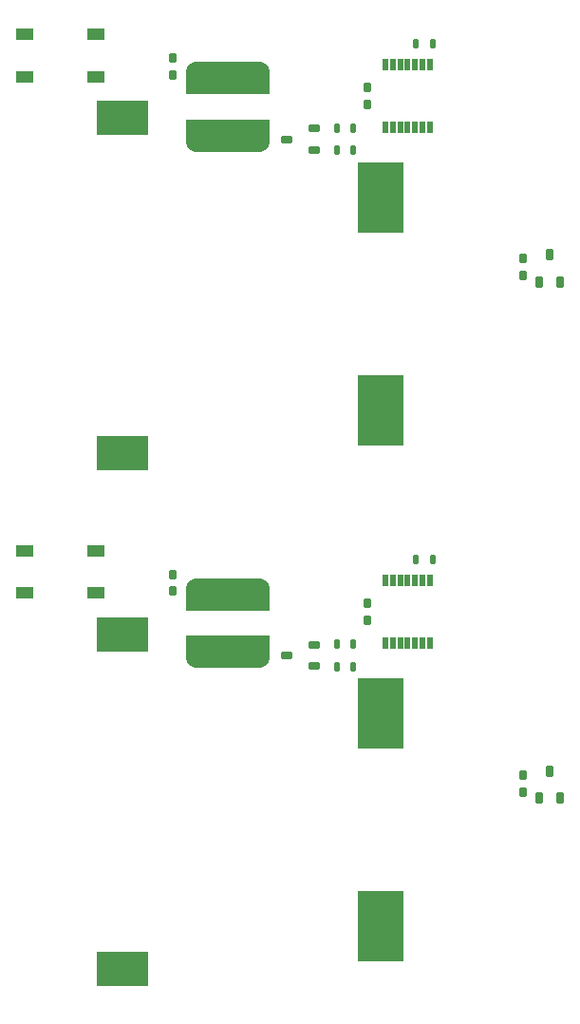
<source format=gtp>
%FSLAX46Y46*%
%MOMM*%
%AMPS15*
21,1,6.200000,4.000000,0.000000,0.000000,270.000000*
%
%ADD15PS15*%
%AMPS17*
21,1,1.000000,1.600000,0.000000,0.000000,90.000000*
%
%ADD17PS17*%
%AMPS16*
21,1,1.000000,1.600000,0.000000,0.000000,270.000000*
%
%ADD16PS16*%
%AMPS10*
21,1,0.450000,1.050000,0.000000,0.000000,0.000000*
%
%ADD10PS10*%
%AMPS11*
21,1,0.450000,1.050000,0.000000,0.000000,180.000000*
%
%ADD11PS11*%
%AMPS21*
21,1,3.040000,4.510000,0.000000,0.000000,90.000000*
%
%ADD21PS21*%
%AMPS19*
1,1,2.000000,-2.750000,0.450000*
4,1,4,
-3.750000,-1.450000,
-3.750000,0.450000,
3.750000,0.450000,
3.750000,-1.450000,
-3.750000,-1.450000,
0*
21,1,5.500000,2.900000,0.000000,0.000000,0.000000*
1,1,2.000000,2.750000,0.450000*
%
%ADD19PS19*%
%AMPS18*
1,1,2.000000,2.750000,-0.450000*
4,1,4,
3.750000,1.450000,
3.750000,-0.450000,
-3.750000,-0.450000,
-3.750000,1.450000,
3.750000,1.450000,
0*
21,1,5.500000,2.900000,0.000000,0.000000,180.000000*
1,1,2.000000,-2.750000,-0.450000*
%
%ADD18PS18*%
%AMPS13*
1,1,0.360000,0.195000,-0.220000*
1,1,0.360000,-0.195000,-0.220000*
21,1,0.800000,0.390000,0.000000,0.000000,90.000000*
21,1,0.440000,0.750000,0.000000,0.000000,90.000000*
1,1,0.360000,0.195000,0.220000*
1,1,0.360000,-0.195000,0.220000*
%
%ADD13PS13*%
%AMPS20*
1,1,0.240000,-0.130000,-0.330000*
1,1,0.240000,-0.130000,0.330000*
21,1,0.500000,0.660000,0.000000,0.000000,0.000000*
21,1,0.260000,0.900000,0.000000,0.000000,0.000000*
1,1,0.240000,0.130000,-0.330000*
1,1,0.240000,0.130000,0.330000*
%
%ADD20PS20*%
%AMPS12*
1,1,0.240000,0.130000,0.330000*
1,1,0.240000,0.130000,-0.330000*
21,1,0.500000,0.660000,0.000000,0.000000,180.000000*
21,1,0.260000,0.900000,0.000000,0.000000,180.000000*
1,1,0.240000,-0.130000,0.330000*
1,1,0.240000,-0.130000,-0.330000*
%
%ADD12PS12*%
%AMPS14*
1,1,0.340000,0.180000,0.330000*
1,1,0.340000,0.180000,-0.330000*
21,1,0.700000,0.660000,0.000000,0.000000,180.000000*
21,1,0.360000,1.000000,0.000000,0.000000,180.000000*
1,1,0.340000,-0.180000,0.330000*
1,1,0.340000,-0.180000,-0.330000*
%
%ADD14PS14*%
%AMPS22*
1,1,0.340000,-0.330000,0.180000*
1,1,0.340000,0.330000,0.180000*
21,1,0.700000,0.660000,0.000000,0.000000,270.000000*
21,1,0.360000,1.000000,0.000000,0.000000,270.000000*
1,1,0.340000,-0.330000,-0.180000*
1,1,0.340000,0.330000,-0.180000*
%
%ADD22PS22*%
G01*
G01*
%LPD*%
G75*
D10*
X37812849Y79552031D03*
D11*
X36512849Y85102031D03*
D11*
X39112849Y85102031D03*
D11*
X37812849Y85102031D03*
D11*
X35212849Y85102031D03*
D10*
X35212849Y79552031D03*
D10*
X37162849Y79552031D03*
D10*
X39112849Y79552031D03*
D10*
X36512849Y79552031D03*
D11*
X37162849Y85102031D03*
D10*
X35862849Y79552031D03*
D11*
X35862849Y85102031D03*
D11*
X38462849Y85102031D03*
D10*
X38462849Y79552031D03*
D12*
X32335714Y79464282D03*
D12*
X30835714Y79464282D03*
D13*
X47450000Y67800000D03*
D13*
X47450000Y66300000D03*
D12*
X39399724Y86968896D03*
D12*
X37899724Y86968896D03*
D14*
X49825000Y68150000D03*
D14*
X48875000Y65750000D03*
D14*
X50775000Y65750000D03*
D15*
X34775000Y73300000D03*
D15*
X34775000Y54300000D03*
D13*
X16250000Y85675000D03*
D13*
X16250000Y84175000D03*
D16*
X2975000Y87800000D03*
D17*
X9375000Y84000000D03*
D17*
X9375000Y87800000D03*
D16*
X2975000Y84000000D03*
D18*
X21125000Y78800000D03*
D19*
X21125000Y83900000D03*
D20*
X30835714Y77464282D03*
D20*
X32335714Y77464282D03*
D21*
X11700000Y50495000D03*
D21*
X11700000Y80355000D03*
D22*
X26385714Y78464282D03*
D22*
X28785714Y77514282D03*
D22*
X28785714Y79414282D03*
D13*
X33537849Y83077031D03*
D13*
X33537849Y81577031D03*
D10*
X37812849Y33552031D03*
D11*
X36512849Y39102031D03*
D11*
X39112849Y39102031D03*
D11*
X37812849Y39102031D03*
D11*
X35212849Y39102031D03*
D10*
X35212849Y33552031D03*
D10*
X37162849Y33552031D03*
D10*
X39112849Y33552031D03*
D10*
X36512849Y33552031D03*
D11*
X37162849Y39102031D03*
D10*
X35862849Y33552031D03*
D11*
X35862849Y39102031D03*
D11*
X38462849Y39102031D03*
D10*
X38462849Y33552031D03*
D12*
X32335714Y33464282D03*
D12*
X30835714Y33464282D03*
D13*
X47450000Y21800000D03*
D13*
X47450000Y20300000D03*
D12*
X39399724Y40968896D03*
D12*
X37899724Y40968896D03*
D14*
X49825000Y22150000D03*
D14*
X48875000Y19750000D03*
D14*
X50775000Y19750000D03*
D15*
X34775000Y27300000D03*
D15*
X34775000Y8300000D03*
D13*
X16250000Y39675000D03*
D13*
X16250000Y38175000D03*
D16*
X2975000Y41800000D03*
D17*
X9375000Y38000000D03*
D17*
X9375000Y41800000D03*
D16*
X2975000Y38000000D03*
D18*
X21125000Y32800000D03*
D19*
X21125000Y37900000D03*
D20*
X30835714Y31464282D03*
D20*
X32335714Y31464282D03*
D21*
X11700000Y4495000D03*
D21*
X11700000Y34355000D03*
D22*
X26385714Y32464282D03*
D22*
X28785714Y31514282D03*
D22*
X28785714Y33414282D03*
D13*
X33537849Y37077031D03*
D13*
X33537849Y35577031D03*
M02*

</source>
